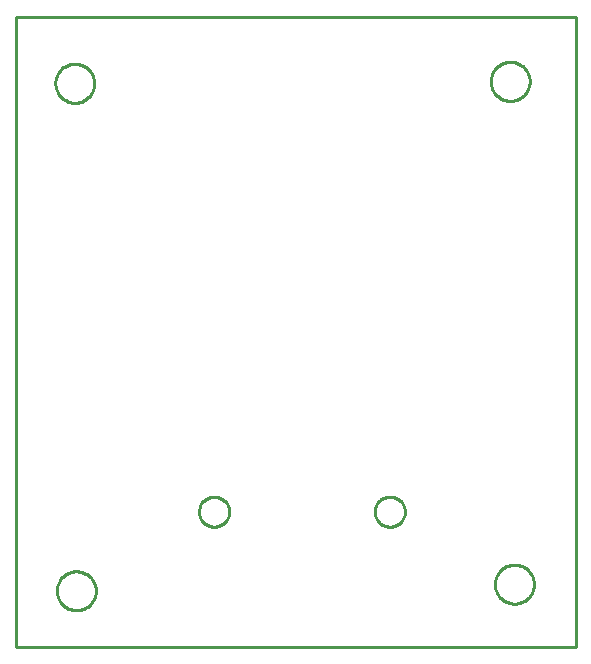
<source format=gbr>
G04 EAGLE Gerber X2 export*
%TF.Part,Single*%
%TF.FileFunction,Profile,NP*%
%TF.FilePolarity,Positive*%
%TF.GenerationSoftware,Autodesk,EAGLE,8.7.0*%
%TF.CreationDate,2018-04-05T02:47:59Z*%
G75*
%MOIN*%
%FSLAX34Y34*%
%LPD*%
%AMOC8*
5,1,8,0,0,1.08239X$1,22.5*%
G01*
%ADD10C,0.010000*%


D10*
X5850Y500D02*
X24520Y500D01*
X24520Y21496D01*
X5850Y21496D01*
X5850Y500D01*
X12967Y4980D02*
X12963Y4941D01*
X12957Y4902D01*
X12948Y4864D01*
X12936Y4826D01*
X12921Y4790D01*
X12903Y4755D01*
X12882Y4721D01*
X12859Y4689D01*
X12833Y4659D01*
X12806Y4631D01*
X12776Y4605D01*
X12744Y4582D01*
X12710Y4562D01*
X12675Y4544D01*
X12638Y4529D01*
X12601Y4517D01*
X12563Y4507D01*
X12524Y4501D01*
X12484Y4498D01*
X12445Y4498D01*
X12406Y4501D01*
X12367Y4507D01*
X12328Y4517D01*
X12291Y4529D01*
X12254Y4544D01*
X12219Y4562D01*
X12185Y4582D01*
X12154Y4605D01*
X12124Y4631D01*
X12096Y4659D01*
X12070Y4689D01*
X12047Y4721D01*
X12026Y4755D01*
X12008Y4790D01*
X11993Y4826D01*
X11981Y4864D01*
X11972Y4902D01*
X11966Y4941D01*
X11963Y4980D01*
X11963Y5020D01*
X11966Y5059D01*
X11972Y5098D01*
X11981Y5136D01*
X11993Y5174D01*
X12008Y5210D01*
X12026Y5245D01*
X12047Y5279D01*
X12070Y5311D01*
X12096Y5341D01*
X12124Y5369D01*
X12154Y5395D01*
X12185Y5418D01*
X12219Y5438D01*
X12254Y5456D01*
X12291Y5471D01*
X12328Y5483D01*
X12367Y5493D01*
X12406Y5499D01*
X12445Y5502D01*
X12484Y5502D01*
X12524Y5499D01*
X12563Y5493D01*
X12601Y5483D01*
X12638Y5471D01*
X12675Y5456D01*
X12710Y5438D01*
X12744Y5418D01*
X12776Y5395D01*
X12806Y5369D01*
X12833Y5341D01*
X12859Y5311D01*
X12882Y5279D01*
X12903Y5245D01*
X12921Y5210D01*
X12936Y5174D01*
X12948Y5136D01*
X12957Y5098D01*
X12963Y5059D01*
X12967Y5020D01*
X12967Y4980D01*
X18825Y4980D02*
X18822Y4941D01*
X18816Y4902D01*
X18806Y4864D01*
X18794Y4826D01*
X18779Y4790D01*
X18761Y4755D01*
X18741Y4721D01*
X18717Y4689D01*
X18692Y4659D01*
X18664Y4631D01*
X18634Y4605D01*
X18602Y4582D01*
X18568Y4562D01*
X18533Y4544D01*
X18497Y4529D01*
X18459Y4517D01*
X18421Y4507D01*
X18382Y4501D01*
X18343Y4498D01*
X18303Y4498D01*
X18264Y4501D01*
X18225Y4507D01*
X18186Y4517D01*
X18149Y4529D01*
X18113Y4544D01*
X18077Y4562D01*
X18044Y4582D01*
X18012Y4605D01*
X17982Y4631D01*
X17954Y4659D01*
X17928Y4689D01*
X17905Y4721D01*
X17885Y4755D01*
X17867Y4790D01*
X17852Y4826D01*
X17839Y4864D01*
X17830Y4902D01*
X17824Y4941D01*
X17821Y4980D01*
X17821Y5020D01*
X17824Y5059D01*
X17830Y5098D01*
X17839Y5136D01*
X17852Y5174D01*
X17867Y5210D01*
X17885Y5245D01*
X17905Y5279D01*
X17928Y5311D01*
X17954Y5341D01*
X17982Y5369D01*
X18012Y5395D01*
X18044Y5418D01*
X18077Y5438D01*
X18113Y5456D01*
X18149Y5471D01*
X18186Y5483D01*
X18225Y5493D01*
X18264Y5499D01*
X18303Y5502D01*
X18343Y5502D01*
X18382Y5499D01*
X18421Y5493D01*
X18459Y5483D01*
X18497Y5471D01*
X18533Y5456D01*
X18568Y5438D01*
X18602Y5418D01*
X18634Y5395D01*
X18664Y5369D01*
X18692Y5341D01*
X18717Y5311D01*
X18741Y5279D01*
X18761Y5245D01*
X18779Y5210D01*
X18794Y5174D01*
X18806Y5136D01*
X18816Y5098D01*
X18822Y5059D01*
X18825Y5020D01*
X18825Y4980D01*
X22987Y19322D02*
X22984Y19280D01*
X22979Y19238D01*
X22970Y19196D01*
X22959Y19155D01*
X22946Y19115D01*
X22929Y19075D01*
X22910Y19037D01*
X22889Y19000D01*
X22866Y18965D01*
X22840Y18931D01*
X22812Y18899D01*
X22782Y18869D01*
X22750Y18841D01*
X22716Y18815D01*
X22680Y18792D01*
X22644Y18770D01*
X22605Y18752D01*
X22566Y18735D01*
X22526Y18722D01*
X22485Y18711D01*
X22443Y18702D01*
X22401Y18697D01*
X22359Y18694D01*
X22316Y18694D01*
X22274Y18697D01*
X22231Y18702D01*
X22190Y18711D01*
X22149Y18722D01*
X22108Y18735D01*
X22069Y18752D01*
X22031Y18770D01*
X21994Y18792D01*
X21959Y18815D01*
X21925Y18841D01*
X21893Y18869D01*
X21863Y18899D01*
X21835Y18931D01*
X21809Y18965D01*
X21785Y19000D01*
X21764Y19037D01*
X21745Y19075D01*
X21729Y19115D01*
X21715Y19155D01*
X21704Y19196D01*
X21696Y19238D01*
X21690Y19280D01*
X21688Y19322D01*
X21688Y19365D01*
X21690Y19407D01*
X21696Y19450D01*
X21704Y19491D01*
X21715Y19532D01*
X21729Y19573D01*
X21745Y19612D01*
X21764Y19650D01*
X21785Y19687D01*
X21809Y19722D01*
X21835Y19756D01*
X21863Y19788D01*
X21893Y19818D01*
X21925Y19846D01*
X21959Y19872D01*
X21994Y19896D01*
X22031Y19917D01*
X22069Y19936D01*
X22108Y19952D01*
X22149Y19966D01*
X22190Y19977D01*
X22231Y19985D01*
X22274Y19991D01*
X22316Y19993D01*
X22359Y19993D01*
X22401Y19991D01*
X22443Y19985D01*
X22485Y19977D01*
X22526Y19966D01*
X22566Y19952D01*
X22605Y19936D01*
X22644Y19917D01*
X22680Y19896D01*
X22716Y19872D01*
X22750Y19846D01*
X22782Y19818D01*
X22812Y19788D01*
X22840Y19756D01*
X22866Y19722D01*
X22889Y19687D01*
X22910Y19650D01*
X22929Y19612D01*
X22946Y19573D01*
X22959Y19532D01*
X22970Y19491D01*
X22979Y19450D01*
X22984Y19407D01*
X22987Y19365D01*
X22987Y19322D01*
X8474Y19259D02*
X8471Y19216D01*
X8466Y19174D01*
X8457Y19132D01*
X8446Y19091D01*
X8433Y19051D01*
X8416Y19012D01*
X8397Y18974D01*
X8376Y18937D01*
X8353Y18901D01*
X8327Y18868D01*
X8299Y18836D01*
X8269Y18806D01*
X8237Y18778D01*
X8203Y18752D01*
X8167Y18728D01*
X8131Y18707D01*
X8092Y18688D01*
X8053Y18672D01*
X8013Y18658D01*
X7972Y18647D01*
X7930Y18639D01*
X7888Y18633D01*
X7846Y18630D01*
X7803Y18630D01*
X7761Y18633D01*
X7718Y18639D01*
X7677Y18647D01*
X7636Y18658D01*
X7595Y18672D01*
X7556Y18688D01*
X7518Y18707D01*
X7481Y18728D01*
X7446Y18752D01*
X7412Y18778D01*
X7380Y18806D01*
X7350Y18836D01*
X7322Y18868D01*
X7296Y18901D01*
X7272Y18937D01*
X7251Y18974D01*
X7232Y19012D01*
X7216Y19051D01*
X7202Y19091D01*
X7191Y19132D01*
X7183Y19174D01*
X7177Y19216D01*
X7175Y19259D01*
X7175Y19301D01*
X7177Y19344D01*
X7183Y19386D01*
X7191Y19428D01*
X7202Y19469D01*
X7216Y19509D01*
X7232Y19548D01*
X7251Y19586D01*
X7272Y19623D01*
X7296Y19659D01*
X7322Y19692D01*
X7350Y19724D01*
X7380Y19754D01*
X7412Y19782D01*
X7446Y19808D01*
X7481Y19832D01*
X7518Y19853D01*
X7556Y19872D01*
X7595Y19888D01*
X7636Y19902D01*
X7677Y19913D01*
X7718Y19921D01*
X7761Y19927D01*
X7803Y19930D01*
X7846Y19930D01*
X7888Y19927D01*
X7930Y19921D01*
X7972Y19913D01*
X8013Y19902D01*
X8053Y19888D01*
X8092Y19872D01*
X8131Y19853D01*
X8167Y19832D01*
X8203Y19808D01*
X8237Y19782D01*
X8269Y19754D01*
X8299Y19724D01*
X8327Y19692D01*
X8353Y19659D01*
X8376Y19623D01*
X8397Y19586D01*
X8416Y19548D01*
X8433Y19509D01*
X8446Y19469D01*
X8457Y19428D01*
X8466Y19386D01*
X8471Y19344D01*
X8474Y19301D01*
X8474Y19259D01*
X23127Y2561D02*
X23124Y2519D01*
X23119Y2476D01*
X23110Y2435D01*
X23099Y2394D01*
X23086Y2353D01*
X23069Y2314D01*
X23050Y2276D01*
X23029Y2239D01*
X23006Y2204D01*
X22980Y2170D01*
X22952Y2138D01*
X22922Y2108D01*
X22890Y2080D01*
X22856Y2054D01*
X22820Y2030D01*
X22784Y2009D01*
X22745Y1990D01*
X22706Y1974D01*
X22666Y1960D01*
X22625Y1949D01*
X22583Y1941D01*
X22541Y1935D01*
X22499Y1933D01*
X22456Y1933D01*
X22414Y1935D01*
X22371Y1941D01*
X22330Y1949D01*
X22289Y1960D01*
X22248Y1974D01*
X22209Y1990D01*
X22171Y2009D01*
X22134Y2030D01*
X22099Y2054D01*
X22065Y2080D01*
X22033Y2108D01*
X22003Y2138D01*
X21975Y2170D01*
X21949Y2204D01*
X21925Y2239D01*
X21904Y2276D01*
X21885Y2314D01*
X21869Y2353D01*
X21855Y2394D01*
X21844Y2435D01*
X21836Y2476D01*
X21830Y2519D01*
X21828Y2561D01*
X21828Y2604D01*
X21830Y2646D01*
X21836Y2688D01*
X21844Y2730D01*
X21855Y2771D01*
X21869Y2811D01*
X21885Y2851D01*
X21904Y2889D01*
X21925Y2926D01*
X21949Y2961D01*
X21975Y2995D01*
X22003Y3027D01*
X22033Y3057D01*
X22065Y3085D01*
X22099Y3111D01*
X22134Y3134D01*
X22171Y3155D01*
X22209Y3174D01*
X22248Y3191D01*
X22289Y3204D01*
X22330Y3215D01*
X22371Y3224D01*
X22414Y3229D01*
X22456Y3232D01*
X22499Y3232D01*
X22541Y3229D01*
X22583Y3224D01*
X22625Y3215D01*
X22666Y3204D01*
X22706Y3191D01*
X22745Y3174D01*
X22784Y3155D01*
X22820Y3134D01*
X22856Y3111D01*
X22890Y3085D01*
X22922Y3057D01*
X22952Y3027D01*
X22980Y2995D01*
X23006Y2961D01*
X23029Y2926D01*
X23050Y2889D01*
X23069Y2851D01*
X23086Y2811D01*
X23099Y2771D01*
X23110Y2730D01*
X23119Y2688D01*
X23124Y2646D01*
X23127Y2604D01*
X23127Y2561D01*
X8524Y2341D02*
X8521Y2298D01*
X8515Y2256D01*
X8507Y2215D01*
X8496Y2174D01*
X8482Y2133D01*
X8466Y2094D01*
X8447Y2056D01*
X8426Y2019D01*
X8402Y1984D01*
X8376Y1950D01*
X8348Y1918D01*
X8318Y1888D01*
X8286Y1860D01*
X8253Y1834D01*
X8217Y1810D01*
X8180Y1789D01*
X8142Y1770D01*
X8103Y1754D01*
X8063Y1740D01*
X8022Y1729D01*
X7980Y1721D01*
X7938Y1715D01*
X7895Y1713D01*
X7853Y1713D01*
X7810Y1715D01*
X7768Y1721D01*
X7726Y1729D01*
X7685Y1740D01*
X7645Y1754D01*
X7606Y1770D01*
X7568Y1789D01*
X7531Y1810D01*
X7495Y1834D01*
X7462Y1860D01*
X7430Y1888D01*
X7400Y1918D01*
X7372Y1950D01*
X7346Y1984D01*
X7322Y2019D01*
X7301Y2056D01*
X7282Y2094D01*
X7266Y2133D01*
X7252Y2174D01*
X7241Y2215D01*
X7233Y2256D01*
X7227Y2298D01*
X7224Y2341D01*
X7224Y2383D01*
X7227Y2426D01*
X7233Y2468D01*
X7241Y2510D01*
X7252Y2551D01*
X7266Y2591D01*
X7282Y2630D01*
X7301Y2669D01*
X7322Y2705D01*
X7346Y2741D01*
X7372Y2775D01*
X7400Y2807D01*
X7430Y2837D01*
X7462Y2865D01*
X7495Y2891D01*
X7531Y2914D01*
X7568Y2935D01*
X7606Y2954D01*
X7645Y2971D01*
X7685Y2984D01*
X7726Y2995D01*
X7768Y3003D01*
X7810Y3009D01*
X7853Y3012D01*
X7895Y3012D01*
X7938Y3009D01*
X7980Y3003D01*
X8022Y2995D01*
X8063Y2984D01*
X8103Y2971D01*
X8142Y2954D01*
X8180Y2935D01*
X8217Y2914D01*
X8253Y2891D01*
X8286Y2865D01*
X8318Y2837D01*
X8348Y2807D01*
X8376Y2775D01*
X8402Y2741D01*
X8426Y2705D01*
X8447Y2669D01*
X8466Y2630D01*
X8482Y2591D01*
X8496Y2551D01*
X8507Y2510D01*
X8515Y2468D01*
X8521Y2426D01*
X8524Y2383D01*
X8524Y2341D01*
M02*

</source>
